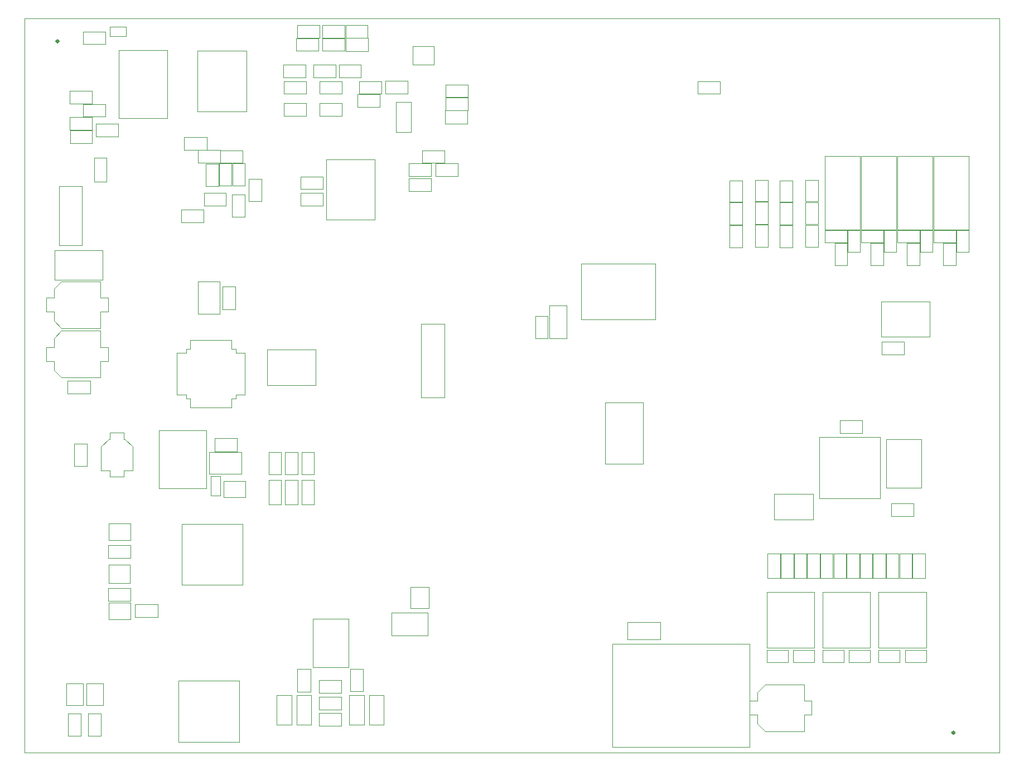
<source format=gbr>
%TF.GenerationSoftware,KiCad,Pcbnew,9.0.0*%
%TF.CreationDate,2025-08-01T10:40:34+02:00*%
%TF.ProjectId,ECU,4543552e-6b69-4636-9164-5f7063625858,0.3*%
%TF.SameCoordinates,Original*%
%TF.FileFunction,Other,User*%
%FSLAX46Y46*%
G04 Gerber Fmt 4.6, Leading zero omitted, Abs format (unit mm)*
G04 Created by KiCad (PCBNEW 9.0.0) date 2025-08-01 10:40:34*
%MOMM*%
%LPD*%
G01*
G04 APERTURE LIST*
%ADD10C,0.050000*%
%ADD11C,0.100000*%
%ADD12C,0.350000*%
%TA.AperFunction,Profile*%
%ADD13C,0.050000*%
%TD*%
G04 APERTURE END LIST*
D10*
%TO.C,C10*%
X109665000Y-137520000D02*
X113065000Y-137520000D01*
X109665000Y-139480000D02*
X109665000Y-137520000D01*
X113065000Y-137520000D02*
X113065000Y-139480000D01*
X113065000Y-139480000D02*
X109665000Y-139480000D01*
%TO.C,U15*%
X88150000Y-82850000D02*
X88150000Y-86000000D01*
X88150000Y-89150000D02*
X88150000Y-86000000D01*
X89550000Y-82250000D02*
X89550000Y-82850000D01*
X89550000Y-82850000D02*
X88150000Y-82850000D01*
X89550000Y-89150000D02*
X88150000Y-89150000D01*
X89550000Y-89750000D02*
X89550000Y-89150000D01*
X90150000Y-80850000D02*
X90150000Y-82250000D01*
X90150000Y-82250000D02*
X89550000Y-82250000D01*
X90150000Y-89750000D02*
X89550000Y-89750000D01*
X90150000Y-91150000D02*
X90150000Y-89750000D01*
X93300000Y-80850000D02*
X90150000Y-80850000D01*
X93300000Y-80850000D02*
X96450000Y-80850000D01*
X93300000Y-91150000D02*
X90150000Y-91150000D01*
X93300000Y-91150000D02*
X96450000Y-91150000D01*
X96450000Y-80850000D02*
X96450000Y-82250000D01*
X96450000Y-82250000D02*
X97050000Y-82250000D01*
X96450000Y-89750000D02*
X97050000Y-89750000D01*
X96450000Y-91150000D02*
X96450000Y-89750000D01*
X97050000Y-82250000D02*
X97050000Y-82850000D01*
X97050000Y-82850000D02*
X98450000Y-82850000D01*
X97050000Y-89150000D02*
X98450000Y-89150000D01*
X97050000Y-89750000D02*
X97050000Y-89150000D01*
X98450000Y-82850000D02*
X98450000Y-86000000D01*
X98450000Y-89150000D02*
X98450000Y-86000000D01*
%TO.C,R54*%
X189815000Y-113300000D02*
X191715000Y-113300000D01*
X189815000Y-117000000D02*
X189815000Y-113300000D01*
X191715000Y-113300000D02*
X191715000Y-117000000D01*
X191715000Y-117000000D02*
X189815000Y-117000000D01*
%TO.C,C38*%
X68300000Y-81950000D02*
X68300000Y-84050000D01*
X68300000Y-84050000D02*
X69450000Y-84050000D01*
X69450000Y-80600000D02*
X69450000Y-81950000D01*
X69450000Y-80600000D02*
X70600000Y-79450000D01*
X69450000Y-81950000D02*
X68300000Y-81950000D01*
X69450000Y-84050000D02*
X69450000Y-85400000D01*
X69450000Y-85400000D02*
X70600000Y-86550000D01*
X70600000Y-79450000D02*
X76550000Y-79450000D01*
X70600000Y-86550000D02*
X76550000Y-86550000D01*
X76550000Y-79450000D02*
X76550000Y-81950000D01*
X76550000Y-81950000D02*
X77700000Y-81950000D01*
X76550000Y-84050000D02*
X76550000Y-86550000D01*
X77700000Y-81950000D02*
X77700000Y-84050000D01*
X77700000Y-84050000D02*
X76550000Y-84050000D01*
%TO.C,D19*%
X183550000Y-59932500D02*
X185450000Y-59932500D01*
X183550000Y-63292500D02*
X183550000Y-59932500D01*
X185450000Y-59932500D02*
X185450000Y-63292500D01*
X185450000Y-63292500D02*
X183550000Y-63292500D01*
D11*
%TO.C,SW1*%
X88900000Y-108775000D02*
X98100000Y-108775000D01*
X88900000Y-118075000D02*
X88900000Y-108775000D01*
X98100000Y-108775000D02*
X98100000Y-118075000D01*
X98100000Y-118075000D02*
X88900000Y-118075000D01*
D10*
%TO.C,D34*%
X107050000Y-102125000D02*
X108950000Y-102125000D01*
X107050000Y-105825000D02*
X107050000Y-102125000D01*
X108950000Y-102125000D02*
X108950000Y-105825000D01*
X108950000Y-105825000D02*
X107050000Y-105825000D01*
%TO.C,D18*%
X172050000Y-59961666D02*
X173950000Y-59961666D01*
X172050000Y-63321666D02*
X172050000Y-59961666D01*
X173950000Y-59961666D02*
X173950000Y-63321666D01*
X173950000Y-63321666D02*
X172050000Y-63321666D01*
%TO.C,R67*%
X104550000Y-97907500D02*
X106450000Y-97907500D01*
X104550000Y-101267500D02*
X104550000Y-97907500D01*
X106450000Y-97907500D02*
X106450000Y-101267500D01*
X106450000Y-101267500D02*
X104550000Y-101267500D01*
%TO.C,R47*%
X127407500Y-54050000D02*
X130767500Y-54050000D01*
X127407500Y-55950000D02*
X127407500Y-54050000D01*
X130767500Y-54050000D02*
X130767500Y-55950000D01*
X130767500Y-55950000D02*
X127407500Y-55950000D01*
%TO.C,C13*%
X128850000Y-46020000D02*
X132250000Y-46020000D01*
X128850000Y-47980000D02*
X128850000Y-46020000D01*
X132250000Y-46020000D02*
X132250000Y-47980000D01*
X132250000Y-47980000D02*
X128850000Y-47980000D01*
%TO.C,R50*%
X125407500Y-52050000D02*
X128767500Y-52050000D01*
X125407500Y-53950000D02*
X125407500Y-52050000D01*
X128767500Y-52050000D02*
X128767500Y-53950000D01*
X128767500Y-53950000D02*
X125407500Y-53950000D01*
%TO.C,C18*%
X71850000Y-43020000D02*
X75250000Y-43020000D01*
X71850000Y-44980000D02*
X71850000Y-43020000D01*
X75250000Y-43020000D02*
X75250000Y-44980000D01*
X75250000Y-44980000D02*
X71850000Y-44980000D01*
%TO.C,D33*%
X70250000Y-57500000D02*
X73750000Y-57500000D01*
X70250000Y-66500000D02*
X70250000Y-57500000D01*
X73750000Y-57500000D02*
X73750000Y-66500000D01*
X73750000Y-66500000D02*
X70250000Y-66500000D01*
%TO.C,D36*%
X102050000Y-102125000D02*
X103950000Y-102125000D01*
X102050000Y-105825000D02*
X102050000Y-102125000D01*
X103950000Y-102125000D02*
X103950000Y-105825000D01*
X103950000Y-105825000D02*
X102050000Y-105825000D01*
%TO.C,R43*%
X110232500Y-35050000D02*
X113592500Y-35050000D01*
X110232500Y-36950000D02*
X110232500Y-35050000D01*
X113592500Y-35050000D02*
X113592500Y-36950000D01*
X113592500Y-36950000D02*
X110232500Y-36950000D01*
%TO.C,D26*%
X186165000Y-127938500D02*
X186165000Y-129838500D01*
X186165000Y-127938500D02*
X189365000Y-127938500D01*
X186165000Y-129838500D02*
X189365000Y-129838500D01*
X189365000Y-127938500D02*
X189365000Y-129838500D01*
%TO.C,D30*%
X181665000Y-129838500D02*
X181665000Y-127938500D01*
X184865000Y-127938500D02*
X181665000Y-127938500D01*
X184865000Y-129838500D02*
X181665000Y-129838500D01*
X184865000Y-129838500D02*
X184865000Y-127938500D01*
%TO.C,R44*%
X109817500Y-41550000D02*
X113177500Y-41550000D01*
X109817500Y-43450000D02*
X109817500Y-41550000D01*
X113177500Y-41550000D02*
X113177500Y-43450000D01*
X113177500Y-43450000D02*
X109817500Y-43450000D01*
%TO.C,C20*%
X91300000Y-52020000D02*
X94700000Y-52020000D01*
X91300000Y-53980000D02*
X91300000Y-52020000D01*
X94700000Y-52020000D02*
X94700000Y-53980000D01*
X94700000Y-53980000D02*
X91300000Y-53980000D01*
%TO.C,IC2*%
X186165000Y-119138500D02*
X193365000Y-119138500D01*
X186165000Y-127638500D02*
X186165000Y-119138500D01*
X193365000Y-119138500D02*
X193365000Y-127638500D01*
X193365000Y-127638500D02*
X186165000Y-127638500D01*
%TO.C,R33*%
X94732500Y-52050000D02*
X98092500Y-52050000D01*
X94732500Y-53950000D02*
X94732500Y-52050000D01*
X98092500Y-52050000D02*
X98092500Y-53950000D01*
X98092500Y-53950000D02*
X94732500Y-53950000D01*
%TO.C,C31*%
X175100000Y-135688500D02*
X175100000Y-137788500D01*
X175100000Y-137788500D02*
X176250000Y-137788500D01*
X176250000Y-134338500D02*
X176250000Y-135688500D01*
X176250000Y-134338500D02*
X177400000Y-133188500D01*
X176250000Y-135688500D02*
X175100000Y-135688500D01*
X176250000Y-137788500D02*
X176250000Y-139138500D01*
X176250000Y-139138500D02*
X177400000Y-140288500D01*
X177400000Y-133188500D02*
X183350000Y-133188500D01*
X177400000Y-140288500D02*
X183350000Y-140288500D01*
X183350000Y-133188500D02*
X183350000Y-135688500D01*
X183350000Y-135688500D02*
X184500000Y-135688500D01*
X183350000Y-137788500D02*
X183350000Y-140288500D01*
X184500000Y-135688500D02*
X184500000Y-137788500D01*
X184500000Y-137788500D02*
X183350000Y-137788500D01*
%TO.C,D27*%
X156500000Y-123700000D02*
X161500000Y-123700000D01*
X156500000Y-126300000D02*
X156500000Y-123700000D01*
X161500000Y-123700000D02*
X161500000Y-126300000D01*
X161500000Y-126300000D02*
X156500000Y-126300000D01*
%TO.C,C36*%
X93040000Y-97850000D02*
X97960000Y-97850000D01*
X93040000Y-101150000D02*
X93040000Y-97850000D01*
X97960000Y-97850000D02*
X97960000Y-101150000D01*
X97960000Y-101150000D02*
X93040000Y-101150000D01*
%TO.C,R17*%
X195172500Y-81150000D02*
X198532500Y-81150000D01*
X195172500Y-83050000D02*
X195172500Y-81150000D01*
X198532500Y-81150000D02*
X198532500Y-83050000D01*
X198532500Y-83050000D02*
X195172500Y-83050000D01*
%TO.C,C6*%
X114435000Y-130800000D02*
X116395000Y-130800000D01*
X114435000Y-134200000D02*
X114435000Y-130800000D01*
X116395000Y-130800000D02*
X116395000Y-134200000D01*
X116395000Y-134200000D02*
X114435000Y-134200000D01*
%TO.C,A1*%
X154240000Y-142710000D02*
X154240000Y-126970000D01*
X154240000Y-142710000D02*
X175060000Y-142710000D01*
X175060000Y-126970000D02*
X154240000Y-126970000D01*
X175060000Y-126970000D02*
X175060000Y-142710000D01*
%TO.C,R10*%
X193450000Y-66132500D02*
X195350000Y-66132500D01*
X193450000Y-69492500D02*
X193450000Y-66132500D01*
X195350000Y-66132500D02*
X195350000Y-69492500D01*
X195350000Y-69492500D02*
X193450000Y-69492500D01*
%TO.C,C32*%
X95020000Y-72770000D02*
X96980000Y-72770000D01*
X95020000Y-76170000D02*
X95020000Y-72770000D01*
X96980000Y-72770000D02*
X96980000Y-76170000D01*
X96980000Y-76170000D02*
X95020000Y-76170000D01*
%TO.C,R31*%
X73907500Y-45050000D02*
X77267500Y-45050000D01*
X73907500Y-46950000D02*
X73907500Y-45050000D01*
X77267500Y-45050000D02*
X77267500Y-46950000D01*
X77267500Y-46950000D02*
X73907500Y-46950000D01*
D11*
%TO.C,SW2*%
X88400000Y-132600000D02*
X97600000Y-132600000D01*
X88400000Y-141900000D02*
X88400000Y-132600000D01*
X97600000Y-132600000D02*
X97600000Y-141900000D01*
X97600000Y-141900000D02*
X88400000Y-141900000D01*
D10*
%TO.C,Q2*%
X123950000Y-36250000D02*
X123950000Y-39050000D01*
X123950000Y-36250000D02*
X127150000Y-36250000D01*
X123950000Y-39050000D02*
X127150000Y-39050000D01*
X127150000Y-39050000D02*
X127150000Y-36250000D01*
%TO.C,R11*%
X192020000Y-64150000D02*
X195380000Y-64150000D01*
X192020000Y-66050000D02*
X192020000Y-64150000D01*
X195380000Y-64150000D02*
X195380000Y-66050000D01*
X195380000Y-66050000D02*
X192020000Y-66050000D01*
%TO.C,Q5*%
X192025000Y-52955000D02*
X197355000Y-52955000D01*
X192025000Y-64125000D02*
X192025000Y-52955000D01*
X197355000Y-52955000D02*
X197355000Y-64125000D01*
X197355000Y-64125000D02*
X192025000Y-64125000D01*
%TO.C,R13*%
X175950000Y-63378333D02*
X177850000Y-63378333D01*
X175950000Y-66738333D02*
X175950000Y-63378333D01*
X177850000Y-63378333D02*
X177850000Y-66738333D01*
X177850000Y-66738333D02*
X175950000Y-66738333D01*
%TO.C,C21*%
X96520000Y-58750000D02*
X98480000Y-58750000D01*
X96520000Y-62150000D02*
X96520000Y-58750000D01*
X98480000Y-58750000D02*
X98480000Y-62150000D01*
X98480000Y-62150000D02*
X96520000Y-62150000D01*
%TO.C,U14*%
X110800000Y-53420000D02*
X118200000Y-53420000D01*
X118200000Y-62580000D01*
X110800000Y-62580000D01*
X110800000Y-53420000D01*
D11*
%TO.C,SW4*%
X185665000Y-95575000D02*
X194865000Y-95575000D01*
X185665000Y-104875000D02*
X185665000Y-95575000D01*
X194865000Y-95575000D02*
X194865000Y-104875000D01*
X194865000Y-104875000D02*
X185665000Y-104875000D01*
D10*
%TO.C,C4*%
X74670000Y-137555000D02*
X76630000Y-137555000D01*
X74670000Y-140955000D02*
X74670000Y-137555000D01*
X76630000Y-137555000D02*
X76630000Y-140955000D01*
X76630000Y-140955000D02*
X74670000Y-140955000D01*
%TO.C,D5*%
X175950000Y-59903333D02*
X177850000Y-59903333D01*
X175950000Y-63263333D02*
X175950000Y-59903333D01*
X177850000Y-59903333D02*
X177850000Y-63263333D01*
X177850000Y-63263333D02*
X175950000Y-63263333D01*
%TO.C,IC4*%
X194665000Y-119138500D02*
X201865000Y-119138500D01*
X194665000Y-127638500D02*
X194665000Y-119138500D01*
X201865000Y-119138500D02*
X201865000Y-127638500D01*
X201865000Y-127638500D02*
X194665000Y-127638500D01*
%TO.C,R16*%
X203032500Y-64150000D02*
X206392500Y-64150000D01*
X203032500Y-66050000D02*
X203032500Y-64150000D01*
X206392500Y-64150000D02*
X206392500Y-66050000D01*
X206392500Y-66050000D02*
X203032500Y-66050000D01*
%TO.C,C40*%
X71550000Y-87020000D02*
X74950000Y-87020000D01*
X71550000Y-88980000D02*
X71550000Y-87020000D01*
X74950000Y-87020000D02*
X74950000Y-88980000D01*
X74950000Y-88980000D02*
X71550000Y-88980000D01*
%TO.C,R32*%
X73907500Y-34050000D02*
X77267500Y-34050000D01*
X73907500Y-35950000D02*
X73907500Y-34050000D01*
X77267500Y-34050000D02*
X77267500Y-35950000D01*
X77267500Y-35950000D02*
X73907500Y-35950000D01*
%TO.C,R51*%
X128907500Y-42050000D02*
X132267500Y-42050000D01*
X128907500Y-43950000D02*
X128907500Y-42050000D01*
X132267500Y-42050000D02*
X132267500Y-43950000D01*
X132267500Y-43950000D02*
X128907500Y-43950000D01*
%TO.C,D2*%
X195450000Y-64157500D02*
X197350000Y-64157500D01*
X195450000Y-67517500D02*
X195450000Y-64157500D01*
X197350000Y-64157500D02*
X197350000Y-67517500D01*
X197350000Y-67517500D02*
X195450000Y-67517500D01*
%TO.C,R35*%
X94550000Y-54057500D02*
X96450000Y-54057500D01*
X94550000Y-57417500D02*
X94550000Y-54057500D01*
X96450000Y-54057500D02*
X96450000Y-57417500D01*
X96450000Y-57417500D02*
X94550000Y-57417500D01*
%TO.C,R61*%
X193800000Y-113300000D02*
X195700000Y-113300000D01*
X193800000Y-117000000D02*
X193800000Y-113300000D01*
X195700000Y-113300000D02*
X195700000Y-117000000D01*
X195700000Y-117000000D02*
X193800000Y-117000000D01*
%TO.C,R60*%
X199800000Y-113300000D02*
X201700000Y-113300000D01*
X199800000Y-117000000D02*
X199800000Y-113300000D01*
X201700000Y-113300000D02*
X201700000Y-117000000D01*
X201700000Y-117000000D02*
X199800000Y-117000000D01*
%TO.C,R65*%
X195800000Y-113300000D02*
X197700000Y-113300000D01*
X195800000Y-117000000D02*
X195800000Y-113300000D01*
X197700000Y-113300000D02*
X197700000Y-117000000D01*
X197700000Y-117000000D02*
X195800000Y-117000000D01*
%TO.C,R53*%
X187815000Y-113300000D02*
X189715000Y-113300000D01*
X187815000Y-117000000D02*
X187815000Y-113300000D01*
X189715000Y-113300000D02*
X189715000Y-117000000D01*
X189715000Y-117000000D02*
X187815000Y-117000000D01*
%TO.C,JP5*%
X71350000Y-136300000D02*
X71350000Y-133000000D01*
X71350000Y-136300000D02*
X73850000Y-136300000D01*
X73850000Y-133000000D02*
X71350000Y-133000000D01*
X73850000Y-133000000D02*
X73850000Y-136300000D01*
%TO.C,R46*%
X109817500Y-44900000D02*
X113177500Y-44900000D01*
X109817500Y-46800000D02*
X109817500Y-44900000D01*
X113177500Y-44900000D02*
X113177500Y-46800000D01*
X113177500Y-46800000D02*
X109817500Y-46800000D01*
%TO.C,C37*%
X72520000Y-96600000D02*
X74480000Y-96600000D01*
X72520000Y-100000000D02*
X72520000Y-96600000D01*
X74480000Y-96600000D02*
X74480000Y-100000000D01*
X74480000Y-100000000D02*
X72520000Y-100000000D01*
%TO.C,R42*%
X115820000Y-41550000D02*
X119180000Y-41550000D01*
X115820000Y-43450000D02*
X115820000Y-41550000D01*
X119180000Y-41550000D02*
X119180000Y-43450000D01*
X119180000Y-43450000D02*
X115820000Y-43450000D01*
%TO.C,R21*%
X183550000Y-63407500D02*
X185450000Y-63407500D01*
X183550000Y-66767500D02*
X183550000Y-63407500D01*
X185450000Y-63407500D02*
X185450000Y-66767500D01*
X185450000Y-66767500D02*
X183550000Y-66767500D01*
%TO.C,JP1*%
X74400000Y-136300000D02*
X74400000Y-133000000D01*
X74400000Y-136300000D02*
X76900000Y-136300000D01*
X76900000Y-133000000D02*
X74400000Y-133000000D01*
X76900000Y-133000000D02*
X76900000Y-136300000D01*
%TO.C,R62*%
X177815000Y-113300000D02*
X179715000Y-113300000D01*
X177815000Y-117000000D02*
X177815000Y-113300000D01*
X179715000Y-113300000D02*
X179715000Y-117000000D01*
X179715000Y-117000000D02*
X177815000Y-117000000D01*
%TO.C,R9*%
X198950000Y-66120000D02*
X200850000Y-66120000D01*
X198950000Y-69480000D02*
X198950000Y-66120000D01*
X200850000Y-66120000D02*
X200850000Y-69480000D01*
X200850000Y-69480000D02*
X198950000Y-69480000D01*
%TO.C,U4*%
X126250000Y-122250000D02*
X120750000Y-122250000D01*
X120750000Y-125750000D01*
X126250000Y-125750000D01*
X126250000Y-122250000D01*
%TO.C,R6*%
X114285000Y-134757500D02*
X116545000Y-134757500D01*
X114285000Y-139317500D02*
X114285000Y-134757500D01*
X116545000Y-134757500D02*
X116545000Y-139317500D01*
X116545000Y-139317500D02*
X114285000Y-139317500D01*
%TO.C,R58*%
X179815000Y-113300000D02*
X181715000Y-113300000D01*
X179815000Y-117000000D02*
X179815000Y-113300000D01*
X181715000Y-113300000D02*
X181715000Y-117000000D01*
X181715000Y-117000000D02*
X179815000Y-117000000D01*
%TO.C,D25*%
X190165000Y-129838500D02*
X190165000Y-127938500D01*
X193365000Y-127938500D02*
X190165000Y-127938500D01*
X193365000Y-129838500D02*
X190165000Y-129838500D01*
X193365000Y-129838500D02*
X193365000Y-127938500D01*
%TO.C,R27*%
X71907500Y-49050000D02*
X75267500Y-49050000D01*
X71907500Y-50950000D02*
X71907500Y-49050000D01*
X75267500Y-49050000D02*
X75267500Y-50950000D01*
X75267500Y-50950000D02*
X71907500Y-50950000D01*
%TO.C,D1*%
X200950000Y-64157500D02*
X202850000Y-64157500D01*
X200950000Y-67517500D02*
X200950000Y-64157500D01*
X202850000Y-64157500D02*
X202850000Y-67517500D01*
X202850000Y-67517500D02*
X200950000Y-67517500D01*
%TO.C,Q1*%
X77800000Y-114950000D02*
X77800000Y-117750000D01*
X77800000Y-114950000D02*
X81000000Y-114950000D01*
X77800000Y-117750000D02*
X81000000Y-117750000D01*
X81000000Y-117750000D02*
X81000000Y-114950000D01*
%TO.C,R3*%
X77720000Y-112050000D02*
X81080000Y-112050000D01*
X77720000Y-113950000D02*
X77720000Y-112050000D01*
X81080000Y-112050000D02*
X81080000Y-113950000D01*
X81080000Y-113950000D02*
X77720000Y-113950000D01*
%TO.C,D11*%
X179650000Y-56658333D02*
X179650000Y-59858333D01*
X181550000Y-56658333D02*
X179650000Y-56658333D01*
X181550000Y-56658333D02*
X181550000Y-59858333D01*
X181550000Y-59858333D02*
X179650000Y-59858333D01*
%TO.C,R28*%
X75550000Y-53150000D02*
X77450000Y-53150000D01*
X75550000Y-56850000D02*
X75550000Y-53150000D01*
X77450000Y-53150000D02*
X77450000Y-56850000D01*
X77450000Y-56850000D02*
X75550000Y-56850000D01*
%TO.C,C29*%
X123350000Y-56335000D02*
X126750000Y-56335000D01*
X123350000Y-58295000D02*
X123350000Y-56335000D01*
X126750000Y-56335000D02*
X126750000Y-58295000D01*
X126750000Y-58295000D02*
X123350000Y-58295000D01*
%TO.C,R7*%
X106285000Y-134757500D02*
X108545000Y-134757500D01*
X106285000Y-139317500D02*
X106285000Y-134757500D01*
X108545000Y-134757500D02*
X108545000Y-139317500D01*
X108545000Y-139317500D02*
X106285000Y-139317500D01*
%TO.C,C11*%
X196565000Y-105670000D02*
X199965000Y-105670000D01*
X196565000Y-107630000D02*
X196565000Y-105670000D01*
X199965000Y-105670000D02*
X199965000Y-107630000D01*
X199965000Y-107630000D02*
X196565000Y-107630000D01*
%TO.C,R69*%
X142550000Y-77232500D02*
X144450000Y-77232500D01*
X142550000Y-80592500D02*
X142550000Y-77232500D01*
X144450000Y-77232500D02*
X144450000Y-80592500D01*
X144450000Y-80592500D02*
X142550000Y-80592500D01*
%TO.C,D22*%
X206450000Y-64157500D02*
X208350000Y-64157500D01*
X206450000Y-67517500D02*
X206450000Y-64157500D01*
X208350000Y-64157500D02*
X208350000Y-67517500D01*
X208350000Y-67517500D02*
X206450000Y-67517500D01*
%TO.C,U17*%
X153100000Y-99650000D02*
X158900000Y-99650000D01*
X158900000Y-90350000D01*
X153100000Y-90350000D01*
X153100000Y-99650000D01*
%TO.C,R55*%
X185815000Y-113300000D02*
X187715000Y-113300000D01*
X185815000Y-117000000D02*
X185815000Y-113300000D01*
X187715000Y-113300000D02*
X187715000Y-117000000D01*
X187715000Y-117000000D02*
X185815000Y-117000000D01*
%TO.C,C23*%
X113750000Y-35020000D02*
X117150000Y-35020000D01*
X113750000Y-36980000D02*
X113750000Y-35020000D01*
X117150000Y-35020000D02*
X117150000Y-36980000D01*
X117150000Y-36980000D02*
X113750000Y-36980000D01*
%TO.C,R57*%
X167232500Y-41550000D02*
X170592500Y-41550000D01*
X167232500Y-43450000D02*
X167232500Y-41550000D01*
X170592500Y-41550000D02*
X170592500Y-43450000D01*
X170592500Y-43450000D02*
X167232500Y-43450000D01*
%TO.C,JP4*%
X95200000Y-102250000D02*
X95200000Y-104750000D01*
X95200000Y-102250000D02*
X98500000Y-102250000D01*
X98500000Y-104750000D02*
X95200000Y-104750000D01*
X98500000Y-104750000D02*
X98500000Y-102250000D01*
%TO.C,Q3*%
X85400000Y-94600000D02*
X85400000Y-103400000D01*
X85400000Y-103400000D02*
X92600000Y-103400000D01*
X92600000Y-94600000D02*
X85400000Y-94600000D01*
X92600000Y-103400000D02*
X92600000Y-94600000D01*
%TO.C,D37*%
X144700000Y-75650000D02*
X147300000Y-75650000D01*
X144700000Y-80650000D02*
X144700000Y-75650000D01*
X147300000Y-75650000D02*
X147300000Y-80650000D01*
X147300000Y-80650000D02*
X144700000Y-80650000D01*
%TO.C,U12*%
X91275000Y-36960000D02*
X98675000Y-36960000D01*
X98675000Y-46120000D01*
X91275000Y-46120000D01*
X91275000Y-36960000D01*
%TO.C,R38*%
X110232500Y-33050000D02*
X113592500Y-33050000D01*
X110232500Y-34950000D02*
X110232500Y-33050000D01*
X113592500Y-33050000D02*
X113592500Y-34950000D01*
X113592500Y-34950000D02*
X110232500Y-34950000D01*
%TO.C,R14*%
X186525000Y-64150000D02*
X189885000Y-64150000D01*
X186525000Y-66050000D02*
X186525000Y-64150000D01*
X189885000Y-64150000D02*
X189885000Y-66050000D01*
X189885000Y-66050000D02*
X186525000Y-66050000D01*
%TO.C,C34*%
X93840000Y-95807500D02*
X97240000Y-95807500D01*
X93840000Y-97767500D02*
X93840000Y-95807500D01*
X97240000Y-95807500D02*
X97240000Y-97767500D01*
X97240000Y-97767500D02*
X93840000Y-97767500D01*
%TO.C,D31*%
X177665000Y-127938500D02*
X177665000Y-129838500D01*
X177665000Y-127938500D02*
X180865000Y-127938500D01*
X177665000Y-129838500D02*
X180865000Y-129838500D01*
X180865000Y-127938500D02*
X180865000Y-129838500D01*
%TO.C,R29*%
X128907500Y-44050000D02*
X132267500Y-44050000D01*
X128907500Y-45950000D02*
X128907500Y-44050000D01*
X132267500Y-44050000D02*
X132267500Y-45950000D01*
X132267500Y-45950000D02*
X128907500Y-45950000D01*
%TO.C,R12*%
X197520000Y-64150000D02*
X200880000Y-64150000D01*
X197520000Y-66050000D02*
X197520000Y-64150000D01*
X200880000Y-64150000D02*
X200880000Y-66050000D01*
X200880000Y-66050000D02*
X197520000Y-66050000D01*
%TO.C,R41*%
X104407500Y-44900000D02*
X107767500Y-44900000D01*
X104407500Y-46800000D02*
X104407500Y-44900000D01*
X107767500Y-44900000D02*
X107767500Y-46800000D01*
X107767500Y-46800000D02*
X104407500Y-46800000D01*
%TO.C,D35*%
X104550000Y-102125000D02*
X106450000Y-102125000D01*
X104550000Y-105825000D02*
X104550000Y-102125000D01*
X106450000Y-102125000D02*
X106450000Y-105825000D01*
X106450000Y-105825000D02*
X104550000Y-105825000D01*
%TO.C,D15*%
X183550000Y-56600000D02*
X183550000Y-59800000D01*
X185450000Y-56600000D02*
X183550000Y-56600000D01*
X185450000Y-56600000D02*
X185450000Y-59800000D01*
X185450000Y-59800000D02*
X183550000Y-59800000D01*
%TO.C,R4*%
X77720000Y-118550000D02*
X81080000Y-118550000D01*
X77720000Y-120450000D02*
X77720000Y-118550000D01*
X81080000Y-118550000D02*
X81080000Y-120450000D01*
X81080000Y-120450000D02*
X77720000Y-120450000D01*
%TO.C,R39*%
X104407500Y-41550000D02*
X107767500Y-41550000D01*
X104407500Y-43450000D02*
X104407500Y-41550000D01*
X107767500Y-41550000D02*
X107767500Y-43450000D01*
X107767500Y-43450000D02*
X104407500Y-43450000D01*
%TO.C,C24*%
X92520000Y-54075000D02*
X94480000Y-54075000D01*
X92520000Y-57475000D02*
X92520000Y-54075000D01*
X94480000Y-54075000D02*
X94480000Y-57475000D01*
X94480000Y-57475000D02*
X92520000Y-57475000D01*
%TO.C,R66*%
X107050000Y-97907500D02*
X108950000Y-97907500D01*
X107050000Y-101267500D02*
X107050000Y-97907500D01*
X108950000Y-97907500D02*
X108950000Y-101267500D01*
X108950000Y-101267500D02*
X107050000Y-101267500D01*
%TO.C,R20*%
X172050000Y-63436666D02*
X173950000Y-63436666D01*
X172050000Y-66796666D02*
X172050000Y-63436666D01*
X173950000Y-63436666D02*
X173950000Y-66796666D01*
X173950000Y-66796666D02*
X172050000Y-66796666D01*
%TO.C,D28*%
X198665000Y-129838500D02*
X198665000Y-127938500D01*
X201865000Y-127938500D02*
X198665000Y-127938500D01*
X201865000Y-129838500D02*
X198665000Y-129838500D01*
X201865000Y-129838500D02*
X201865000Y-127938500D01*
%TO.C,IC3*%
X177665000Y-119138500D02*
X184865000Y-119138500D01*
X177665000Y-127638500D02*
X177665000Y-119138500D01*
X184865000Y-119138500D02*
X184865000Y-127638500D01*
X184865000Y-127638500D02*
X177665000Y-127638500D01*
%TO.C,R45*%
X106232500Y-35050000D02*
X109592500Y-35050000D01*
X106232500Y-36950000D02*
X106232500Y-35050000D01*
X109592500Y-35050000D02*
X109592500Y-36950000D01*
X109592500Y-36950000D02*
X106232500Y-36950000D01*
%TO.C,C3*%
X81800000Y-121020000D02*
X85200000Y-121020000D01*
X81800000Y-122980000D02*
X81800000Y-121020000D01*
X85200000Y-121020000D02*
X85200000Y-122980000D01*
X85200000Y-122980000D02*
X81800000Y-122980000D01*
%TO.C,F2*%
X93270000Y-101520000D02*
X94730000Y-101520000D01*
X93270000Y-104480000D02*
X93270000Y-101520000D01*
X94730000Y-101520000D02*
X94730000Y-104480000D01*
X94730000Y-104480000D02*
X93270000Y-104480000D01*
%TO.C,R40*%
X106407500Y-33050000D02*
X109767500Y-33050000D01*
X106407500Y-34950000D02*
X106407500Y-33050000D01*
X109767500Y-33050000D02*
X109767500Y-34950000D01*
X109767500Y-34950000D02*
X106407500Y-34950000D01*
%TO.C,R23*%
X188000000Y-66132500D02*
X189900000Y-66132500D01*
X188000000Y-69492500D02*
X188000000Y-66132500D01*
X189900000Y-66132500D02*
X189900000Y-69492500D01*
X189900000Y-69492500D02*
X188000000Y-69492500D01*
%TO.C,C5*%
X71620000Y-137555000D02*
X73580000Y-137555000D01*
X71620000Y-140955000D02*
X71620000Y-137555000D01*
X73580000Y-137555000D02*
X73580000Y-140955000D01*
X73580000Y-140955000D02*
X71620000Y-140955000D01*
%TO.C,R36*%
X99050000Y-56407500D02*
X100950000Y-56407500D01*
X99050000Y-59767500D02*
X99050000Y-56407500D01*
X100950000Y-56407500D02*
X100950000Y-59767500D01*
X100950000Y-59767500D02*
X99050000Y-59767500D01*
%TO.C,C30*%
X123350000Y-54020000D02*
X126750000Y-54020000D01*
X123350000Y-55980000D02*
X123350000Y-54020000D01*
X126750000Y-54020000D02*
X126750000Y-55980000D01*
X126750000Y-55980000D02*
X123350000Y-55980000D01*
%TO.C,R52*%
X106907500Y-58550000D02*
X110267500Y-58550000D01*
X106907500Y-60450000D02*
X106907500Y-58550000D01*
X110267500Y-58550000D02*
X110267500Y-60450000D01*
X110267500Y-60450000D02*
X106907500Y-60450000D01*
%TO.C,R34*%
X96550000Y-54057500D02*
X98450000Y-54057500D01*
X96550000Y-57417500D02*
X96550000Y-54057500D01*
X98450000Y-54057500D02*
X98450000Y-57417500D01*
X98450000Y-57417500D02*
X96550000Y-57417500D01*
%TO.C,R30*%
X92232500Y-58550000D02*
X95592500Y-58550000D01*
X92232500Y-60450000D02*
X92232500Y-58550000D01*
X95592500Y-58550000D02*
X95592500Y-60450000D01*
X95592500Y-60450000D02*
X92232500Y-60450000D01*
%TO.C,C7*%
X109665000Y-132520000D02*
X113065000Y-132520000D01*
X109665000Y-134480000D02*
X109665000Y-132520000D01*
X113065000Y-132520000D02*
X113065000Y-134480000D01*
X113065000Y-134480000D02*
X109665000Y-134480000D01*
%TO.C,D3*%
X77950000Y-33300000D02*
X80450000Y-33300000D01*
X77950000Y-34700000D02*
X77950000Y-33300000D01*
X80450000Y-33300000D02*
X80450000Y-34700000D01*
X80450000Y-34700000D02*
X77950000Y-34700000D01*
%TO.C,C41*%
X108850000Y-39020000D02*
X112250000Y-39020000D01*
X108850000Y-40980000D02*
X108850000Y-39020000D01*
X112250000Y-39020000D02*
X112250000Y-40980000D01*
X112250000Y-40980000D02*
X108850000Y-40980000D01*
%TO.C,R15*%
X179650000Y-63465833D02*
X181550000Y-63465833D01*
X179650000Y-66825833D02*
X179650000Y-63465833D01*
X181550000Y-63465833D02*
X181550000Y-66825833D01*
X181550000Y-66825833D02*
X179650000Y-66825833D01*
%TO.C,C14*%
X71850000Y-47020000D02*
X75250000Y-47020000D01*
X71850000Y-48980000D02*
X71850000Y-47020000D01*
X75250000Y-47020000D02*
X75250000Y-48980000D01*
X75250000Y-48980000D02*
X71850000Y-48980000D01*
%TO.C,F1*%
X178815000Y-104200000D02*
X184715000Y-104200000D01*
X178815000Y-108100000D02*
X178815000Y-104200000D01*
X184715000Y-104200000D02*
X184715000Y-108100000D01*
X184715000Y-108100000D02*
X178815000Y-108100000D01*
%TO.C,C15*%
X88800000Y-61020000D02*
X92200000Y-61020000D01*
X88800000Y-62980000D02*
X88800000Y-61020000D01*
X92200000Y-61020000D02*
X92200000Y-62980000D01*
X92200000Y-62980000D02*
X88800000Y-62980000D01*
%TO.C,BT1*%
X149462500Y-69240000D02*
X160737500Y-69240000D01*
X149462500Y-77740000D02*
X149462500Y-69240000D01*
X160737500Y-69240000D02*
X160737500Y-77740000D01*
X160737500Y-77740000D02*
X149462500Y-77740000D01*
%TO.C,D7*%
X179650000Y-59990833D02*
X181550000Y-59990833D01*
X179650000Y-63350833D02*
X179650000Y-59990833D01*
X181550000Y-59990833D02*
X181550000Y-63350833D01*
X181550000Y-63350833D02*
X179650000Y-63350833D01*
%TO.C,C9*%
X109665000Y-135020000D02*
X113065000Y-135020000D01*
X109665000Y-136980000D02*
X109665000Y-135020000D01*
X113065000Y-135020000D02*
X113065000Y-136980000D01*
X113065000Y-136980000D02*
X109665000Y-136980000D01*
%TO.C,C12*%
X188750000Y-93020000D02*
X192150000Y-93020000D01*
X188750000Y-94980000D02*
X188750000Y-93020000D01*
X192150000Y-93020000D02*
X192150000Y-94980000D01*
X192150000Y-94980000D02*
X188750000Y-94980000D01*
%TO.C,D13*%
X172050000Y-56629166D02*
X172050000Y-59829166D01*
X173950000Y-56629166D02*
X172050000Y-56629166D01*
X173950000Y-56629166D02*
X173950000Y-59829166D01*
X173950000Y-59829166D02*
X172050000Y-59829166D01*
%TO.C,R63*%
X183815000Y-113300000D02*
X185715000Y-113300000D01*
X183815000Y-117000000D02*
X183815000Y-113300000D01*
X185715000Y-113300000D02*
X185715000Y-117000000D01*
X185715000Y-117000000D02*
X183815000Y-117000000D01*
%TO.C,R56*%
X191815000Y-113300000D02*
X193715000Y-113300000D01*
X191815000Y-117000000D02*
X191815000Y-113300000D01*
X193715000Y-113300000D02*
X193715000Y-117000000D01*
X193715000Y-117000000D02*
X191815000Y-117000000D01*
%TO.C,R64*%
X197800000Y-113300000D02*
X199700000Y-113300000D01*
X197800000Y-117000000D02*
X197800000Y-113300000D01*
X199700000Y-113300000D02*
X199700000Y-117000000D01*
X199700000Y-117000000D02*
X197800000Y-117000000D01*
%TO.C,U3*%
X123600000Y-118400000D02*
X123600000Y-121600000D01*
X123600000Y-121600000D02*
X126400000Y-121600000D01*
X126400000Y-118400000D02*
X123600000Y-118400000D01*
X126400000Y-118400000D02*
X126400000Y-121600000D01*
%TO.C,R24*%
X204450000Y-66120000D02*
X206350000Y-66120000D01*
X204450000Y-69480000D02*
X204450000Y-66120000D01*
X206350000Y-66120000D02*
X206350000Y-69480000D01*
X206350000Y-69480000D02*
X204450000Y-69480000D01*
%TO.C,D21*%
X189950000Y-64157500D02*
X191850000Y-64157500D01*
X189950000Y-67517500D02*
X189950000Y-64157500D01*
X191850000Y-64157500D02*
X191850000Y-67517500D01*
X191850000Y-67517500D02*
X189950000Y-67517500D01*
%TO.C,R5*%
X117285000Y-134757500D02*
X119545000Y-134757500D01*
X117285000Y-139317500D02*
X117285000Y-134757500D01*
X119545000Y-134757500D02*
X119545000Y-139317500D01*
X119545000Y-139317500D02*
X117285000Y-139317500D01*
%TO.C,C28*%
X115550000Y-43520000D02*
X118950000Y-43520000D01*
X115550000Y-45480000D02*
X115550000Y-43520000D01*
X118950000Y-43520000D02*
X118950000Y-45480000D01*
X118950000Y-45480000D02*
X115550000Y-45480000D01*
%TO.C,R37*%
X113732500Y-33050000D02*
X117092500Y-33050000D01*
X113732500Y-34950000D02*
X113732500Y-33050000D01*
X117092500Y-33050000D02*
X117092500Y-34950000D01*
X117092500Y-34950000D02*
X113732500Y-34950000D01*
%TO.C,C16*%
X104300000Y-39020000D02*
X107700000Y-39020000D01*
X104300000Y-40980000D02*
X104300000Y-39020000D01*
X107700000Y-39020000D02*
X107700000Y-40980000D01*
X107700000Y-40980000D02*
X104300000Y-40980000D01*
%TO.C,JP3*%
X77750000Y-120750000D02*
X77750000Y-123250000D01*
X77750000Y-120750000D02*
X81050000Y-120750000D01*
X81050000Y-123250000D02*
X77750000Y-123250000D01*
X81050000Y-123250000D02*
X81050000Y-120750000D01*
%TO.C,U9*%
X195767500Y-103325000D02*
X201167500Y-103325000D01*
X201167500Y-95925000D01*
X195767500Y-95925000D01*
X195767500Y-103325000D01*
%TO.C,IC1*%
X114152500Y-123162500D02*
X108752500Y-123162500D01*
X108752500Y-130562500D01*
X114152500Y-130562500D01*
X114152500Y-123162500D01*
%TO.C,R49*%
X106907500Y-56050000D02*
X110267500Y-56050000D01*
X106907500Y-57950000D02*
X106907500Y-56050000D01*
X110267500Y-56050000D02*
X110267500Y-57950000D01*
X110267500Y-57950000D02*
X106907500Y-57950000D01*
%TO.C,JP2*%
X77750000Y-108750000D02*
X77750000Y-111250000D01*
X77750000Y-108750000D02*
X81050000Y-108750000D01*
X81050000Y-111250000D02*
X77750000Y-111250000D01*
X81050000Y-111250000D02*
X81050000Y-108750000D01*
%TO.C,R8*%
X103285000Y-134757500D02*
X105545000Y-134757500D01*
X103285000Y-139317500D02*
X103285000Y-134757500D01*
X105545000Y-134757500D02*
X105545000Y-139317500D01*
X105545000Y-139317500D02*
X103285000Y-139317500D01*
%TO.C,R68*%
X102050000Y-97907500D02*
X103950000Y-97907500D01*
X102050000Y-101267500D02*
X102050000Y-97907500D01*
X103950000Y-97907500D02*
X103950000Y-101267500D01*
X103950000Y-101267500D02*
X102050000Y-101267500D01*
%TO.C,C33*%
X91350000Y-72000000D02*
X94650000Y-72000000D01*
X91350000Y-76920000D02*
X91350000Y-72000000D01*
X94650000Y-72000000D02*
X94650000Y-76920000D01*
X94650000Y-76920000D02*
X91350000Y-76920000D01*
%TO.C,C35*%
X76600000Y-97050000D02*
X76600000Y-100700000D01*
X77750000Y-95900000D02*
X76600000Y-97050000D01*
X77950000Y-94950000D02*
X77950000Y-95900000D01*
X77950000Y-95900000D02*
X77750000Y-95900000D01*
X77950000Y-100700000D02*
X76600000Y-100700000D01*
X77950000Y-101650000D02*
X77950000Y-100700000D01*
X80050000Y-94950000D02*
X77950000Y-94950000D01*
X80050000Y-95900000D02*
X80050000Y-94950000D01*
X80050000Y-100700000D02*
X80050000Y-101650000D01*
X80050000Y-101650000D02*
X77950000Y-101650000D01*
X80250000Y-95900000D02*
X80050000Y-95900000D01*
X80250000Y-95900000D02*
X81400000Y-97050000D01*
X81400000Y-97050000D02*
X81400000Y-100700000D01*
X81400000Y-100700000D02*
X80050000Y-100700000D01*
%TO.C,C27*%
X121350000Y-44675000D02*
X123650000Y-44675000D01*
X121350000Y-49275000D02*
X121350000Y-44675000D01*
X123650000Y-44675000D02*
X123650000Y-49275000D01*
X123650000Y-49275000D02*
X121350000Y-49275000D01*
%TO.C,U16*%
X109200000Y-87700000D02*
X101800000Y-87700000D01*
X101800000Y-82300000D01*
X109200000Y-82300000D01*
X109200000Y-87700000D01*
%TO.C,Q7*%
X203025000Y-52955000D02*
X208355000Y-52955000D01*
X203025000Y-64125000D02*
X203025000Y-52955000D01*
X208355000Y-52955000D02*
X208355000Y-64125000D01*
X208355000Y-64125000D02*
X203025000Y-64125000D01*
%TO.C,C8*%
X106435000Y-130850000D02*
X108395000Y-130850000D01*
X106435000Y-134250000D02*
X106435000Y-130850000D01*
X108395000Y-130850000D02*
X108395000Y-134250000D01*
X108395000Y-134250000D02*
X106435000Y-134250000D01*
%TO.C,J1*%
X125230000Y-78420000D02*
X125230000Y-89580000D01*
X125230000Y-89580000D02*
X128770000Y-89580000D01*
X128770000Y-78420000D02*
X125230000Y-78420000D01*
X128770000Y-89580000D02*
X128770000Y-78420000D01*
%TO.C,D32*%
X69550000Y-67250000D02*
X76850000Y-67250000D01*
X69550000Y-71750000D02*
X69550000Y-67250000D01*
X76850000Y-67250000D02*
X76850000Y-71750000D01*
X76850000Y-71750000D02*
X69550000Y-71750000D01*
%TO.C,Q6*%
X186525000Y-52955000D02*
X191855000Y-52955000D01*
X186525000Y-64125000D02*
X186525000Y-52955000D01*
X191855000Y-52955000D02*
X191855000Y-64125000D01*
X191855000Y-64125000D02*
X186525000Y-64125000D01*
%TO.C,U5*%
X202440000Y-80395000D02*
X195040000Y-80395000D01*
X195040000Y-74995000D01*
X202440000Y-74995000D01*
X202440000Y-80395000D01*
%TO.C,R70*%
X112732500Y-39050000D02*
X116092500Y-39050000D01*
X112732500Y-40950000D02*
X112732500Y-39050000D01*
X116092500Y-39050000D02*
X116092500Y-40950000D01*
X116092500Y-40950000D02*
X112732500Y-40950000D01*
%TO.C,C17*%
X75850000Y-48020000D02*
X79250000Y-48020000D01*
X75850000Y-49980000D02*
X75850000Y-48020000D01*
X79250000Y-48020000D02*
X79250000Y-49980000D01*
X79250000Y-49980000D02*
X75850000Y-49980000D01*
%TO.C,R59*%
X181815000Y-113300000D02*
X183715000Y-113300000D01*
X181815000Y-117000000D02*
X181815000Y-113300000D01*
X183715000Y-113300000D02*
X183715000Y-117000000D01*
X183715000Y-117000000D02*
X181815000Y-117000000D01*
%TO.C,C39*%
X68300000Y-74450000D02*
X68300000Y-76550000D01*
X68300000Y-76550000D02*
X69450000Y-76550000D01*
X69450000Y-73100000D02*
X69450000Y-74450000D01*
X69450000Y-73100000D02*
X70600000Y-71950000D01*
X69450000Y-74450000D02*
X68300000Y-74450000D01*
X69450000Y-76550000D02*
X69450000Y-77900000D01*
X69450000Y-77900000D02*
X70600000Y-79050000D01*
X70600000Y-71950000D02*
X76550000Y-71950000D01*
X70600000Y-79050000D02*
X76550000Y-79050000D01*
X76550000Y-71950000D02*
X76550000Y-74450000D01*
X76550000Y-74450000D02*
X77700000Y-74450000D01*
X76550000Y-76550000D02*
X76550000Y-79050000D01*
X77700000Y-74450000D02*
X77700000Y-76550000D01*
X77700000Y-76550000D02*
X76550000Y-76550000D01*
%TO.C,Q4*%
X197525000Y-52955000D02*
X202855000Y-52955000D01*
X197525000Y-64125000D02*
X197525000Y-52955000D01*
X202855000Y-52955000D02*
X202855000Y-64125000D01*
X202855000Y-64125000D02*
X197525000Y-64125000D01*
%TO.C,C26*%
X119750000Y-41520000D02*
X123150000Y-41520000D01*
X119750000Y-43480000D02*
X119750000Y-41520000D01*
X123150000Y-41520000D02*
X123150000Y-43480000D01*
X123150000Y-43480000D02*
X119750000Y-43480000D01*
%TO.C,D9*%
X175950000Y-56570833D02*
X175950000Y-59770833D01*
X177850000Y-56570833D02*
X175950000Y-56570833D01*
X177850000Y-56570833D02*
X177850000Y-59770833D01*
X177850000Y-59770833D02*
X175950000Y-59770833D01*
%TO.C,D29*%
X194665000Y-127938500D02*
X194665000Y-129838500D01*
X194665000Y-127938500D02*
X197865000Y-127938500D01*
X194665000Y-129838500D02*
X197865000Y-129838500D01*
X197865000Y-127938500D02*
X197865000Y-129838500D01*
%TO.C,U13*%
X79300000Y-36800000D02*
X86700000Y-36800000D01*
X86700000Y-47200000D01*
X79300000Y-47200000D01*
X79300000Y-36800000D01*
%TO.C,C25*%
X89250000Y-50020000D02*
X92650000Y-50020000D01*
X89250000Y-51980000D02*
X89250000Y-50020000D01*
X92650000Y-50020000D02*
X92650000Y-51980000D01*
X92650000Y-51980000D02*
X89250000Y-51980000D01*
%TD*%
D12*
X70175000Y-35500000D02*
G75*
G02*
X69825000Y-35500000I-175000J0D01*
G01*
X69825000Y-35500000D02*
G75*
G02*
X70175000Y-35500000I175000J0D01*
G01*
X206175000Y-140500000D02*
G75*
G02*
X205825000Y-140500000I-175000J0D01*
G01*
X205825000Y-140500000D02*
G75*
G02*
X206175000Y-140500000I175000J0D01*
G01*
D13*
X65000000Y-32000000D02*
X213000000Y-32000000D01*
X213000000Y-143500000D01*
X65000000Y-143500000D01*
X65000000Y-32000000D01*
M02*

</source>
